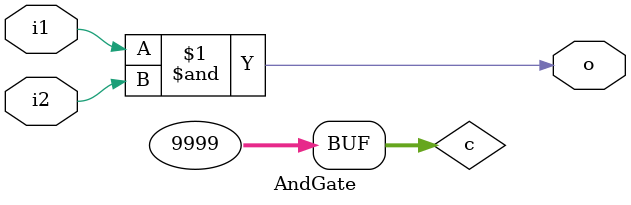
<source format=v>
`timescale 1ns / 1ps
module AndGate(
    input i1,
    input i2,
    output o
    );
	 
	assign o = i1&i2;
	reg [31:0] r1, r2, mem[1023:0];
	integer c = 32'd9999;
	parameter d = 10'b101;
	
	
endmodule

</source>
